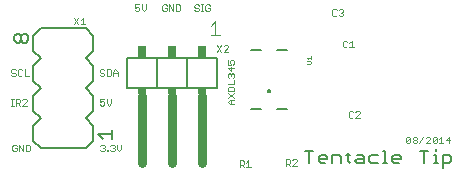
<source format=gto>
G75*
%MOIN*%
%OFA0B0*%
%FSLAX24Y24*%
%IPPOS*%
%LPD*%
%AMOC8*
5,1,8,0,0,1.08239X$1,22.5*
%
%ADD10C,0.0020*%
%ADD11C,0.0080*%
%ADD12C,0.0040*%
%ADD13C,0.0060*%
%ADD14C,0.0300*%
%ADD15R,0.0300X0.0200*%
%ADD16R,0.0300X0.0400*%
%ADD17C,0.0010*%
%ADD18C,0.0050*%
D10*
X003417Y001107D02*
X003454Y001071D01*
X003527Y001071D01*
X003564Y001107D01*
X003564Y001181D01*
X003490Y001181D01*
X003417Y001254D02*
X003417Y001107D01*
X003638Y001071D02*
X003638Y001291D01*
X003785Y001071D01*
X003785Y001291D01*
X003859Y001291D02*
X003969Y001291D01*
X004006Y001254D01*
X004006Y001107D01*
X003969Y001071D01*
X003859Y001071D01*
X003859Y001291D01*
X003564Y001254D02*
X003527Y001291D01*
X003454Y001291D01*
X003417Y001254D01*
X006348Y001254D02*
X006385Y001291D01*
X006458Y001291D01*
X006495Y001254D01*
X006495Y001217D01*
X006458Y001181D01*
X006495Y001144D01*
X006495Y001107D01*
X006458Y001071D01*
X006385Y001071D01*
X006348Y001107D01*
X006422Y001181D02*
X006458Y001181D01*
X006569Y001107D02*
X006606Y001107D01*
X006606Y001071D01*
X006569Y001071D01*
X006569Y001107D01*
X006680Y001107D02*
X006716Y001071D01*
X006790Y001071D01*
X006826Y001107D01*
X006826Y001144D01*
X006790Y001181D01*
X006753Y001181D01*
X006790Y001181D02*
X006826Y001217D01*
X006826Y001254D01*
X006790Y001291D01*
X006716Y001291D01*
X006680Y001254D01*
X006901Y001291D02*
X006901Y001144D01*
X006974Y001071D01*
X007047Y001144D01*
X007047Y001291D01*
X006627Y002592D02*
X006700Y002666D01*
X006700Y002812D01*
X006553Y002812D02*
X006553Y002666D01*
X006627Y002592D01*
X006479Y002629D02*
X006442Y002592D01*
X006369Y002592D01*
X006332Y002629D01*
X006332Y002702D02*
X006406Y002739D01*
X006442Y002739D01*
X006479Y002702D01*
X006479Y002629D01*
X006332Y002702D02*
X006332Y002812D01*
X006479Y002812D01*
X006442Y003576D02*
X006369Y003576D01*
X006332Y003613D01*
X006369Y003576D01*
X006442Y003576D01*
X006479Y003613D01*
X006479Y003650D01*
X006442Y003687D01*
X006369Y003687D01*
X006332Y003723D01*
X006332Y003760D01*
X006369Y003797D01*
X006442Y003797D01*
X006479Y003760D01*
X006442Y003797D01*
X006369Y003797D01*
X006332Y003760D01*
X006332Y003723D01*
X006369Y003687D01*
X006442Y003687D01*
X006479Y003650D01*
X006479Y003613D01*
X006442Y003576D01*
X006553Y003576D02*
X006663Y003576D01*
X006700Y003613D01*
X006700Y003760D01*
X006663Y003797D01*
X006553Y003797D01*
X006553Y003576D01*
X006663Y003576D01*
X006700Y003613D01*
X006700Y003760D01*
X006663Y003797D01*
X006553Y003797D01*
X006553Y003576D01*
X006774Y003576D02*
X006774Y003723D01*
X006848Y003797D01*
X006921Y003723D01*
X006921Y003576D01*
X006921Y003723D01*
X006848Y003797D01*
X006774Y003723D01*
X006774Y003576D01*
X006774Y003687D02*
X006921Y003687D01*
X006774Y003687D01*
X003968Y003576D02*
X003822Y003576D01*
X003822Y003797D01*
X003747Y003760D02*
X003711Y003797D01*
X003637Y003797D01*
X003601Y003760D01*
X003601Y003613D01*
X003637Y003576D01*
X003711Y003576D01*
X003747Y003613D01*
X003526Y003613D02*
X003490Y003576D01*
X003416Y003576D01*
X003380Y003613D01*
X003416Y003687D02*
X003490Y003687D01*
X003526Y003650D01*
X003526Y003613D01*
X003416Y003687D02*
X003380Y003723D01*
X003380Y003760D01*
X003416Y003797D01*
X003490Y003797D01*
X003526Y003760D01*
X003527Y002812D02*
X003637Y002812D01*
X003674Y002776D01*
X003674Y002702D01*
X003637Y002666D01*
X003527Y002666D01*
X003600Y002666D02*
X003674Y002592D01*
X003748Y002592D02*
X003895Y002739D01*
X003895Y002776D01*
X003858Y002812D01*
X003785Y002812D01*
X003748Y002776D01*
X003527Y002812D02*
X003527Y002592D01*
X003453Y002592D02*
X003380Y002592D01*
X003416Y002592D02*
X003416Y002812D01*
X003380Y002812D02*
X003453Y002812D01*
X003748Y002592D02*
X003895Y002592D01*
X010233Y004380D02*
X010380Y004600D01*
X010454Y004563D02*
X010491Y004600D01*
X010564Y004600D01*
X010601Y004563D01*
X010601Y004527D01*
X010454Y004380D01*
X010601Y004380D01*
X010380Y004380D02*
X010233Y004600D01*
X010590Y004103D02*
X010590Y003956D01*
X010700Y003956D01*
X010663Y004029D01*
X010663Y004066D01*
X010700Y004103D01*
X010773Y004103D01*
X010810Y004066D01*
X010810Y003993D01*
X010773Y003956D01*
X010700Y003882D02*
X010700Y003735D01*
X010590Y003845D01*
X010810Y003845D01*
X010773Y003661D02*
X010810Y003624D01*
X010810Y003551D01*
X010773Y003514D01*
X010810Y003440D02*
X010810Y003293D01*
X010590Y003293D01*
X010627Y003219D02*
X010590Y003182D01*
X010590Y003072D01*
X010810Y003072D01*
X010810Y003182D01*
X010773Y003219D01*
X010627Y003219D01*
X010590Y002998D02*
X010810Y002851D01*
X010810Y002777D02*
X010663Y002777D01*
X010590Y002703D01*
X010663Y002630D01*
X010810Y002630D01*
X010700Y002630D02*
X010700Y002777D01*
X010590Y002851D02*
X010810Y002998D01*
X010627Y003514D02*
X010590Y003551D01*
X010590Y003624D01*
X010627Y003661D01*
X010663Y003661D01*
X010700Y003624D01*
X010737Y003661D01*
X010773Y003661D01*
X010700Y003624D02*
X010700Y003587D01*
X014430Y004567D02*
X014467Y004530D01*
X014540Y004530D01*
X014577Y004567D01*
X014651Y004530D02*
X014798Y004530D01*
X014724Y004530D02*
X014724Y004750D01*
X014651Y004677D01*
X014577Y004713D02*
X014540Y004750D01*
X014467Y004750D01*
X014430Y004713D01*
X014430Y004567D01*
X014411Y005580D02*
X014338Y005580D01*
X014301Y005617D01*
X014227Y005617D02*
X014190Y005580D01*
X014117Y005580D01*
X014080Y005617D01*
X014080Y005763D01*
X014117Y005800D01*
X014190Y005800D01*
X014227Y005763D01*
X014301Y005763D02*
X014338Y005800D01*
X014411Y005800D01*
X014448Y005763D01*
X014448Y005727D01*
X014411Y005690D01*
X014448Y005653D01*
X014448Y005617D01*
X014411Y005580D01*
X014411Y005690D02*
X014374Y005690D01*
X009997Y005779D02*
X009997Y005852D01*
X009924Y005852D01*
X009997Y005779D02*
X009960Y005742D01*
X009887Y005742D01*
X009850Y005779D01*
X009850Y005925D01*
X009887Y005962D01*
X009960Y005962D01*
X009997Y005925D01*
X009776Y005962D02*
X009703Y005962D01*
X009740Y005962D02*
X009740Y005742D01*
X009776Y005742D02*
X009703Y005742D01*
X009629Y005779D02*
X009592Y005742D01*
X009519Y005742D01*
X009482Y005779D01*
X009519Y005852D02*
X009592Y005852D01*
X009629Y005815D01*
X009629Y005779D01*
X009519Y005852D02*
X009482Y005889D01*
X009482Y005925D01*
X009519Y005962D01*
X009592Y005962D01*
X009629Y005925D01*
X009005Y005925D02*
X009005Y005779D01*
X008969Y005742D01*
X008859Y005742D01*
X008859Y005962D01*
X008969Y005962D01*
X009005Y005925D01*
X008784Y005962D02*
X008784Y005742D01*
X008638Y005962D01*
X008638Y005742D01*
X008563Y005779D02*
X008563Y005852D01*
X008490Y005852D01*
X008417Y005925D02*
X008417Y005779D01*
X008453Y005742D01*
X008527Y005742D01*
X008563Y005779D01*
X008563Y005925D02*
X008527Y005962D01*
X008453Y005962D01*
X008417Y005925D01*
X007865Y005962D02*
X007865Y005815D01*
X007792Y005742D01*
X007719Y005815D01*
X007719Y005962D01*
X007645Y005962D02*
X007498Y005962D01*
X007498Y005852D01*
X007571Y005889D01*
X007608Y005889D01*
X007645Y005852D01*
X007645Y005779D01*
X007608Y005742D01*
X007534Y005742D01*
X007498Y005779D01*
X005839Y005298D02*
X005692Y005298D01*
X005765Y005298D02*
X005765Y005518D01*
X005692Y005445D01*
X005618Y005518D02*
X005471Y005298D01*
X005618Y005298D02*
X005471Y005518D01*
X014630Y002363D02*
X014630Y002217D01*
X014667Y002180D01*
X014740Y002180D01*
X014777Y002217D01*
X014851Y002180D02*
X014998Y002327D01*
X014998Y002363D01*
X014961Y002400D01*
X014888Y002400D01*
X014851Y002363D01*
X014777Y002363D02*
X014740Y002400D01*
X014667Y002400D01*
X014630Y002363D01*
X014851Y002180D02*
X014998Y002180D01*
X012898Y000763D02*
X012861Y000800D01*
X012788Y000800D01*
X012751Y000763D01*
X012677Y000763D02*
X012677Y000690D01*
X012640Y000653D01*
X012530Y000653D01*
X012530Y000580D02*
X012530Y000800D01*
X012640Y000800D01*
X012677Y000763D01*
X012603Y000653D02*
X012677Y000580D01*
X012751Y000580D02*
X012898Y000727D01*
X012898Y000763D01*
X012898Y000580D02*
X012751Y000580D01*
X011356Y000540D02*
X011209Y000540D01*
X011282Y000540D02*
X011282Y000760D01*
X011209Y000687D01*
X011135Y000723D02*
X011135Y000650D01*
X011098Y000613D01*
X010988Y000613D01*
X010988Y000540D02*
X010988Y000760D01*
X011098Y000760D01*
X011135Y000723D01*
X011061Y000613D02*
X011135Y000540D01*
D11*
X013160Y001080D02*
X013440Y001080D01*
X013300Y001080D02*
X013300Y000660D01*
X013620Y000730D02*
X013620Y000870D01*
X013690Y000940D01*
X013831Y000940D01*
X013901Y000870D01*
X013901Y000800D01*
X013620Y000800D01*
X013620Y000730D02*
X013690Y000660D01*
X013831Y000660D01*
X014081Y000660D02*
X014081Y000940D01*
X014291Y000940D01*
X014361Y000870D01*
X014361Y000660D01*
X014611Y000730D02*
X014681Y000660D01*
X014611Y000730D02*
X014611Y001010D01*
X014541Y000940D02*
X014681Y000940D01*
X014918Y000940D02*
X015058Y000940D01*
X015128Y000870D01*
X015128Y000660D01*
X014918Y000660D01*
X014848Y000730D01*
X014918Y000800D01*
X015128Y000800D01*
X015308Y000730D02*
X015379Y000660D01*
X015589Y000660D01*
X015769Y000660D02*
X015909Y000660D01*
X015839Y000660D02*
X015839Y001080D01*
X015769Y001080D01*
X015589Y000940D02*
X015379Y000940D01*
X015308Y000870D01*
X015308Y000730D01*
X016076Y000730D02*
X016146Y000660D01*
X016286Y000660D01*
X016076Y000730D02*
X016076Y000870D01*
X016146Y000940D01*
X016286Y000940D01*
X016356Y000870D01*
X016356Y000800D01*
X016076Y000800D01*
X016997Y001080D02*
X017277Y001080D01*
X017137Y001080D02*
X017137Y000660D01*
X017457Y000660D02*
X017597Y000660D01*
X017527Y000660D02*
X017527Y000940D01*
X017457Y000940D01*
X017527Y001080D02*
X017527Y001150D01*
X017764Y000940D02*
X017974Y000940D01*
X018044Y000870D01*
X018044Y000730D01*
X017974Y000660D01*
X017764Y000660D01*
X017764Y000520D02*
X017764Y000940D01*
X012561Y002486D02*
X012246Y002486D01*
X011694Y002486D02*
X011379Y002486D01*
X011931Y003076D02*
X011933Y003088D01*
X011938Y003099D01*
X011947Y003108D01*
X011958Y003113D01*
X011970Y003115D01*
X011982Y003113D01*
X011993Y003108D01*
X012002Y003099D01*
X012007Y003088D01*
X012009Y003076D01*
X012007Y003064D01*
X012002Y003053D01*
X011993Y003044D01*
X011982Y003039D01*
X011970Y003037D01*
X011958Y003039D01*
X011947Y003044D01*
X011938Y003053D01*
X011933Y003064D01*
X011931Y003076D01*
X011694Y004454D02*
X011379Y004454D01*
X012246Y004454D02*
X012561Y004454D01*
D12*
X010337Y004937D02*
X010030Y004937D01*
X010183Y004937D02*
X010183Y005397D01*
X010030Y005244D01*
X016540Y001507D02*
X016573Y001540D01*
X016640Y001540D01*
X016673Y001507D01*
X016540Y001373D01*
X016573Y001340D01*
X016640Y001340D01*
X016673Y001373D01*
X016673Y001507D01*
X016761Y001507D02*
X016761Y001473D01*
X016794Y001440D01*
X016861Y001440D01*
X016894Y001407D01*
X016894Y001373D01*
X016861Y001340D01*
X016794Y001340D01*
X016761Y001373D01*
X016761Y001407D01*
X016794Y001440D01*
X016861Y001440D02*
X016894Y001473D01*
X016894Y001507D01*
X016861Y001540D01*
X016794Y001540D01*
X016761Y001507D01*
X016540Y001507D02*
X016540Y001373D01*
X016982Y001340D02*
X017115Y001540D01*
X017203Y001507D02*
X017236Y001540D01*
X017303Y001540D01*
X017336Y001507D01*
X017336Y001473D01*
X017203Y001340D01*
X017336Y001340D01*
X017424Y001373D02*
X017457Y001340D01*
X017524Y001340D01*
X017557Y001373D01*
X017557Y001507D01*
X017424Y001373D01*
X017424Y001507D01*
X017457Y001540D01*
X017524Y001540D01*
X017557Y001507D01*
X017645Y001473D02*
X017712Y001540D01*
X017712Y001340D01*
X017778Y001340D02*
X017645Y001340D01*
X017866Y001440D02*
X017999Y001440D01*
X017966Y001340D02*
X017966Y001540D01*
X017866Y001440D01*
D13*
X010220Y003167D02*
X010220Y004167D01*
X009220Y004167D01*
X008220Y004167D01*
X007220Y004167D01*
X007220Y003167D01*
X008220Y003167D01*
X009220Y003167D01*
X010220Y003167D01*
X009220Y003167D02*
X009220Y004167D01*
X008220Y004167D02*
X008220Y003167D01*
X006102Y003411D02*
X006102Y003911D01*
X005852Y004161D01*
X006102Y004411D01*
X006102Y004911D01*
X005852Y005161D01*
X004352Y005161D01*
X004102Y004911D01*
X004102Y004411D01*
X004352Y004161D01*
X004102Y003911D01*
X004102Y003411D01*
X004352Y003161D01*
X004102Y002911D01*
X004102Y002411D01*
X004352Y002161D01*
X004102Y001911D01*
X004102Y001411D01*
X004352Y001161D01*
X005852Y001161D01*
X006102Y001411D01*
X006102Y001911D01*
X005852Y002161D01*
X006102Y002411D01*
X006102Y002911D01*
X005852Y003161D01*
X006102Y003411D01*
D14*
X007720Y002917D02*
X007720Y000667D01*
X008720Y000667D02*
X008720Y002917D01*
X009720Y002917D02*
X009720Y000667D01*
D15*
X009720Y003067D03*
X008720Y003067D03*
X007720Y003067D03*
D16*
X007720Y004367D03*
X008720Y004367D03*
X009720Y004367D03*
D17*
X013219Y004178D02*
X013369Y004178D01*
X013369Y004128D02*
X013369Y004228D01*
X013269Y004128D02*
X013219Y004178D01*
X013219Y004080D02*
X013344Y004080D01*
X013369Y004055D01*
X013369Y004005D01*
X013344Y003980D01*
X013219Y003980D01*
D18*
X006727Y001786D02*
X006727Y001486D01*
X006727Y001636D02*
X006277Y001636D01*
X006427Y001486D01*
X003852Y004686D02*
X003777Y004686D01*
X003702Y004761D01*
X003702Y004911D01*
X003777Y004986D01*
X003852Y004986D01*
X003927Y004911D01*
X003927Y004761D01*
X003852Y004686D01*
X003702Y004761D02*
X003627Y004686D01*
X003552Y004686D01*
X003477Y004761D01*
X003477Y004911D01*
X003552Y004986D01*
X003627Y004986D01*
X003702Y004911D01*
M02*

</source>
